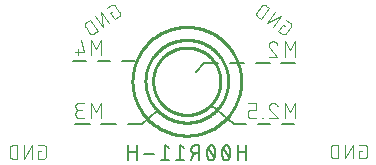
<source format=gbr>
G04 EAGLE Gerber RS-274X export*
G75*
%MOMM*%
%FSLAX34Y34*%
%LPD*%
%INSilkscreen Bottom*%
%IPPOS*%
%AMOC8*
5,1,8,0,0,1.08239X$1,22.5*%
G01*
%ADD10C,0.101600*%
%ADD11C,0.152400*%
%ADD12C,0.254000*%
%ADD13C,0.203200*%


D10*
X428096Y466183D02*
X426501Y467300D01*
X422778Y461983D01*
X425968Y459749D01*
X426051Y459694D01*
X426135Y459642D01*
X426222Y459593D01*
X426310Y459547D01*
X426400Y459505D01*
X426492Y459466D01*
X426585Y459431D01*
X426679Y459399D01*
X426774Y459371D01*
X426871Y459347D01*
X426968Y459326D01*
X427066Y459310D01*
X427165Y459296D01*
X427264Y459287D01*
X427363Y459282D01*
X427463Y459280D01*
X427562Y459282D01*
X427661Y459288D01*
X427760Y459298D01*
X427859Y459311D01*
X427957Y459329D01*
X428054Y459350D01*
X428150Y459374D01*
X428246Y459403D01*
X428340Y459435D01*
X428433Y459470D01*
X428524Y459509D01*
X428614Y459552D01*
X428702Y459598D01*
X428788Y459647D01*
X428873Y459700D01*
X428955Y459756D01*
X429035Y459815D01*
X429113Y459877D01*
X429188Y459942D01*
X429261Y460009D01*
X429331Y460080D01*
X429399Y460153D01*
X429463Y460229D01*
X429525Y460307D01*
X429584Y460387D01*
X433307Y465704D01*
X433362Y465787D01*
X433414Y465871D01*
X433463Y465958D01*
X433509Y466046D01*
X433551Y466136D01*
X433590Y466228D01*
X433625Y466321D01*
X433657Y466415D01*
X433685Y466510D01*
X433709Y466607D01*
X433730Y466704D01*
X433746Y466802D01*
X433760Y466901D01*
X433769Y467000D01*
X433774Y467099D01*
X433776Y467199D01*
X433774Y467298D01*
X433768Y467397D01*
X433758Y467496D01*
X433745Y467595D01*
X433727Y467693D01*
X433706Y467790D01*
X433682Y467886D01*
X433653Y467982D01*
X433621Y468076D01*
X433586Y468169D01*
X433547Y468260D01*
X433504Y468350D01*
X433458Y468438D01*
X433409Y468524D01*
X433356Y468609D01*
X433300Y468691D01*
X433241Y468771D01*
X433179Y468849D01*
X433114Y468924D01*
X433047Y468997D01*
X432976Y469067D01*
X432903Y469135D01*
X432827Y469199D01*
X432749Y469261D01*
X432669Y469320D01*
X432670Y469320D02*
X429479Y471554D01*
X424810Y474824D02*
X418108Y465253D01*
X412791Y468976D02*
X424810Y474824D01*
X419492Y478547D02*
X412791Y468976D01*
X408121Y472246D02*
X414822Y481817D01*
X412164Y483678D01*
X412164Y483679D02*
X412070Y483742D01*
X411974Y483802D01*
X411876Y483859D01*
X411776Y483912D01*
X411674Y483962D01*
X411570Y484008D01*
X411465Y484050D01*
X411359Y484089D01*
X411251Y484124D01*
X411142Y484155D01*
X411032Y484183D01*
X410921Y484206D01*
X410810Y484226D01*
X410698Y484242D01*
X410585Y484254D01*
X410472Y484262D01*
X410359Y484266D01*
X410245Y484266D01*
X410132Y484262D01*
X410019Y484254D01*
X409906Y484242D01*
X409794Y484226D01*
X409683Y484206D01*
X409572Y484183D01*
X409462Y484155D01*
X409353Y484124D01*
X409245Y484089D01*
X409139Y484050D01*
X409034Y484008D01*
X408930Y483962D01*
X408828Y483912D01*
X408728Y483859D01*
X408630Y483802D01*
X408534Y483742D01*
X408440Y483679D01*
X408349Y483612D01*
X408259Y483543D01*
X408172Y483470D01*
X408088Y483394D01*
X408007Y483315D01*
X407928Y483234D01*
X407852Y483150D01*
X407779Y483063D01*
X407710Y482974D01*
X407643Y482882D01*
X407644Y482881D02*
X404665Y478628D01*
X404602Y478534D01*
X404542Y478438D01*
X404485Y478340D01*
X404432Y478240D01*
X404382Y478138D01*
X404336Y478034D01*
X404294Y477929D01*
X404255Y477823D01*
X404220Y477715D01*
X404189Y477606D01*
X404161Y477496D01*
X404138Y477385D01*
X404118Y477274D01*
X404102Y477162D01*
X404090Y477049D01*
X404082Y476936D01*
X404078Y476823D01*
X404078Y476709D01*
X404082Y476596D01*
X404090Y476483D01*
X404102Y476370D01*
X404118Y476258D01*
X404138Y476147D01*
X404161Y476036D01*
X404189Y475926D01*
X404220Y475817D01*
X404255Y475709D01*
X404294Y475603D01*
X404336Y475498D01*
X404382Y475394D01*
X404432Y475292D01*
X404485Y475192D01*
X404542Y475094D01*
X404602Y474998D01*
X404665Y474904D01*
X404732Y474812D01*
X404801Y474723D01*
X404874Y474636D01*
X404950Y474552D01*
X405029Y474471D01*
X405110Y474392D01*
X405194Y474316D01*
X405281Y474243D01*
X405371Y474174D01*
X405462Y474107D01*
X408121Y472246D01*
X491294Y360731D02*
X493242Y360731D01*
X491294Y360731D02*
X491294Y354240D01*
X495189Y354240D01*
X495288Y354242D01*
X495388Y354248D01*
X495487Y354257D01*
X495585Y354270D01*
X495683Y354287D01*
X495781Y354308D01*
X495877Y354333D01*
X495972Y354361D01*
X496066Y354393D01*
X496159Y354428D01*
X496251Y354467D01*
X496341Y354510D01*
X496429Y354555D01*
X496516Y354605D01*
X496600Y354657D01*
X496683Y354713D01*
X496763Y354771D01*
X496841Y354833D01*
X496916Y354898D01*
X496989Y354966D01*
X497059Y355036D01*
X497127Y355109D01*
X497192Y355184D01*
X497254Y355262D01*
X497312Y355342D01*
X497368Y355425D01*
X497420Y355509D01*
X497470Y355596D01*
X497515Y355684D01*
X497558Y355774D01*
X497597Y355866D01*
X497632Y355959D01*
X497664Y356053D01*
X497692Y356148D01*
X497717Y356244D01*
X497738Y356342D01*
X497755Y356440D01*
X497768Y356538D01*
X497777Y356637D01*
X497783Y356737D01*
X497785Y356836D01*
X497786Y356836D02*
X497786Y363328D01*
X497785Y363328D02*
X497783Y363427D01*
X497777Y363527D01*
X497768Y363626D01*
X497755Y363724D01*
X497738Y363822D01*
X497717Y363920D01*
X497692Y364016D01*
X497664Y364111D01*
X497632Y364205D01*
X497597Y364298D01*
X497558Y364390D01*
X497515Y364480D01*
X497470Y364568D01*
X497420Y364655D01*
X497368Y364739D01*
X497312Y364822D01*
X497254Y364902D01*
X497192Y364980D01*
X497127Y365055D01*
X497059Y365128D01*
X496989Y365198D01*
X496916Y365266D01*
X496841Y365331D01*
X496763Y365393D01*
X496683Y365451D01*
X496600Y365507D01*
X496516Y365559D01*
X496429Y365609D01*
X496341Y365654D01*
X496251Y365697D01*
X496159Y365736D01*
X496066Y365771D01*
X495972Y365803D01*
X495877Y365831D01*
X495781Y365856D01*
X495683Y365877D01*
X495585Y365894D01*
X495487Y365907D01*
X495388Y365916D01*
X495288Y365922D01*
X495189Y365924D01*
X491294Y365924D01*
X485594Y365924D02*
X485594Y354240D01*
X479102Y354240D02*
X485594Y365924D01*
X479102Y365924D02*
X479102Y354240D01*
X473402Y354240D02*
X473402Y365924D01*
X470156Y365924D01*
X470043Y365922D01*
X469930Y365916D01*
X469817Y365906D01*
X469704Y365892D01*
X469592Y365875D01*
X469481Y365853D01*
X469371Y365828D01*
X469261Y365798D01*
X469153Y365765D01*
X469046Y365728D01*
X468940Y365688D01*
X468836Y365643D01*
X468733Y365595D01*
X468632Y365544D01*
X468533Y365489D01*
X468436Y365431D01*
X468341Y365369D01*
X468248Y365304D01*
X468158Y365236D01*
X468070Y365165D01*
X467984Y365090D01*
X467901Y365013D01*
X467821Y364933D01*
X467744Y364850D01*
X467669Y364764D01*
X467598Y364676D01*
X467530Y364586D01*
X467465Y364493D01*
X467403Y364398D01*
X467345Y364301D01*
X467290Y364202D01*
X467239Y364101D01*
X467191Y363998D01*
X467146Y363894D01*
X467106Y363788D01*
X467069Y363681D01*
X467036Y363573D01*
X467006Y363463D01*
X466981Y363353D01*
X466959Y363242D01*
X466942Y363130D01*
X466928Y363017D01*
X466918Y362904D01*
X466912Y362791D01*
X466910Y362678D01*
X466910Y357486D01*
X466912Y357373D01*
X466918Y357260D01*
X466928Y357147D01*
X466942Y357034D01*
X466959Y356922D01*
X466981Y356811D01*
X467006Y356701D01*
X467036Y356591D01*
X467069Y356483D01*
X467106Y356376D01*
X467146Y356270D01*
X467191Y356166D01*
X467239Y356063D01*
X467290Y355962D01*
X467345Y355863D01*
X467403Y355766D01*
X467465Y355671D01*
X467530Y355578D01*
X467598Y355488D01*
X467669Y355400D01*
X467744Y355314D01*
X467821Y355231D01*
X467901Y355151D01*
X467984Y355074D01*
X468070Y354999D01*
X468158Y354928D01*
X468248Y354860D01*
X468341Y354795D01*
X468436Y354733D01*
X468533Y354675D01*
X468632Y354620D01*
X468733Y354569D01*
X468836Y354521D01*
X468940Y354476D01*
X469046Y354436D01*
X469153Y354399D01*
X469261Y354366D01*
X469371Y354336D01*
X469481Y354311D01*
X469592Y354289D01*
X469704Y354272D01*
X469817Y354258D01*
X469930Y354248D01*
X470043Y354242D01*
X470156Y354240D01*
X473402Y354240D01*
X221462Y360399D02*
X219514Y360399D01*
X219514Y353908D01*
X223409Y353908D01*
X223508Y353910D01*
X223608Y353916D01*
X223707Y353925D01*
X223805Y353938D01*
X223903Y353955D01*
X224001Y353976D01*
X224097Y354001D01*
X224192Y354029D01*
X224286Y354061D01*
X224379Y354096D01*
X224471Y354135D01*
X224561Y354178D01*
X224649Y354223D01*
X224736Y354273D01*
X224820Y354325D01*
X224903Y354381D01*
X224983Y354439D01*
X225061Y354501D01*
X225136Y354566D01*
X225209Y354634D01*
X225279Y354704D01*
X225347Y354777D01*
X225412Y354852D01*
X225474Y354930D01*
X225532Y355010D01*
X225588Y355093D01*
X225640Y355177D01*
X225690Y355264D01*
X225735Y355352D01*
X225778Y355442D01*
X225817Y355534D01*
X225852Y355627D01*
X225884Y355721D01*
X225912Y355816D01*
X225937Y355912D01*
X225958Y356010D01*
X225975Y356108D01*
X225988Y356206D01*
X225997Y356305D01*
X226003Y356405D01*
X226005Y356504D01*
X226006Y356504D02*
X226006Y362996D01*
X226005Y362996D02*
X226003Y363095D01*
X225997Y363195D01*
X225988Y363294D01*
X225975Y363392D01*
X225958Y363490D01*
X225937Y363588D01*
X225912Y363684D01*
X225884Y363779D01*
X225852Y363873D01*
X225817Y363966D01*
X225778Y364058D01*
X225735Y364148D01*
X225690Y364236D01*
X225640Y364323D01*
X225588Y364407D01*
X225532Y364490D01*
X225474Y364570D01*
X225412Y364648D01*
X225347Y364723D01*
X225279Y364796D01*
X225209Y364866D01*
X225136Y364934D01*
X225061Y364999D01*
X224983Y365061D01*
X224903Y365119D01*
X224820Y365175D01*
X224736Y365227D01*
X224649Y365277D01*
X224561Y365322D01*
X224471Y365365D01*
X224379Y365404D01*
X224286Y365439D01*
X224192Y365471D01*
X224097Y365499D01*
X224001Y365524D01*
X223903Y365545D01*
X223805Y365562D01*
X223707Y365575D01*
X223608Y365584D01*
X223508Y365590D01*
X223409Y365592D01*
X219514Y365592D01*
X213814Y365592D02*
X213814Y353908D01*
X207322Y353908D02*
X213814Y365592D01*
X207322Y365592D02*
X207322Y353908D01*
X201622Y353908D02*
X201622Y365592D01*
X198376Y365592D01*
X198263Y365590D01*
X198150Y365584D01*
X198037Y365574D01*
X197924Y365560D01*
X197812Y365543D01*
X197701Y365521D01*
X197591Y365496D01*
X197481Y365466D01*
X197373Y365433D01*
X197266Y365396D01*
X197160Y365356D01*
X197056Y365311D01*
X196953Y365263D01*
X196852Y365212D01*
X196753Y365157D01*
X196656Y365099D01*
X196561Y365037D01*
X196468Y364972D01*
X196378Y364904D01*
X196290Y364833D01*
X196204Y364758D01*
X196121Y364681D01*
X196041Y364601D01*
X195964Y364518D01*
X195889Y364432D01*
X195818Y364344D01*
X195750Y364254D01*
X195685Y364161D01*
X195623Y364066D01*
X195565Y363969D01*
X195510Y363870D01*
X195459Y363769D01*
X195411Y363666D01*
X195366Y363562D01*
X195326Y363456D01*
X195289Y363349D01*
X195256Y363241D01*
X195226Y363131D01*
X195201Y363021D01*
X195179Y362910D01*
X195162Y362798D01*
X195148Y362685D01*
X195138Y362572D01*
X195132Y362459D01*
X195130Y362346D01*
X195130Y357154D01*
X195132Y357041D01*
X195138Y356928D01*
X195148Y356815D01*
X195162Y356702D01*
X195179Y356590D01*
X195201Y356479D01*
X195226Y356369D01*
X195256Y356259D01*
X195289Y356151D01*
X195326Y356044D01*
X195366Y355938D01*
X195411Y355834D01*
X195459Y355731D01*
X195510Y355630D01*
X195565Y355531D01*
X195623Y355434D01*
X195685Y355339D01*
X195750Y355246D01*
X195818Y355156D01*
X195889Y355068D01*
X195964Y354982D01*
X196041Y354899D01*
X196121Y354819D01*
X196204Y354742D01*
X196290Y354667D01*
X196378Y354596D01*
X196468Y354528D01*
X196561Y354463D01*
X196656Y354401D01*
X196753Y354343D01*
X196852Y354288D01*
X196953Y354237D01*
X197056Y354189D01*
X197160Y354144D01*
X197266Y354104D01*
X197373Y354067D01*
X197481Y354034D01*
X197591Y354004D01*
X197701Y353979D01*
X197812Y353957D01*
X197924Y353940D01*
X198037Y353926D01*
X198150Y353916D01*
X198263Y353910D01*
X198376Y353908D01*
X201622Y353908D01*
X280556Y477563D02*
X282151Y478680D01*
X280556Y477563D02*
X284279Y472246D01*
X287470Y474480D01*
X287469Y474480D02*
X287549Y474539D01*
X287627Y474601D01*
X287703Y474665D01*
X287776Y474733D01*
X287847Y474803D01*
X287914Y474876D01*
X287979Y474951D01*
X288041Y475029D01*
X288100Y475109D01*
X288156Y475191D01*
X288209Y475276D01*
X288258Y475362D01*
X288304Y475450D01*
X288347Y475540D01*
X288386Y475631D01*
X288421Y475724D01*
X288453Y475818D01*
X288482Y475914D01*
X288506Y476010D01*
X288527Y476107D01*
X288545Y476205D01*
X288558Y476304D01*
X288568Y476403D01*
X288574Y476502D01*
X288576Y476601D01*
X288574Y476701D01*
X288569Y476800D01*
X288559Y476899D01*
X288546Y476998D01*
X288530Y477096D01*
X288509Y477193D01*
X288485Y477290D01*
X288457Y477385D01*
X288425Y477479D01*
X288390Y477572D01*
X288351Y477664D01*
X288309Y477754D01*
X288263Y477842D01*
X288214Y477929D01*
X288162Y478013D01*
X288107Y478096D01*
X284384Y483413D01*
X284325Y483493D01*
X284263Y483571D01*
X284199Y483647D01*
X284131Y483720D01*
X284061Y483791D01*
X283988Y483858D01*
X283913Y483923D01*
X283835Y483985D01*
X283755Y484044D01*
X283673Y484100D01*
X283588Y484153D01*
X283502Y484202D01*
X283414Y484248D01*
X283324Y484291D01*
X283233Y484330D01*
X283140Y484365D01*
X283046Y484397D01*
X282950Y484426D01*
X282854Y484450D01*
X282757Y484471D01*
X282659Y484489D01*
X282560Y484502D01*
X282461Y484512D01*
X282362Y484518D01*
X282263Y484520D01*
X282163Y484518D01*
X282064Y484513D01*
X281965Y484504D01*
X281866Y484490D01*
X281768Y484474D01*
X281671Y484453D01*
X281574Y484429D01*
X281479Y484401D01*
X281385Y484369D01*
X281292Y484334D01*
X281200Y484295D01*
X281110Y484253D01*
X281022Y484207D01*
X280935Y484158D01*
X280851Y484106D01*
X280768Y484051D01*
X277578Y481817D01*
X272908Y478547D02*
X279609Y468976D01*
X274292Y465253D02*
X272908Y478547D01*
X267591Y474824D02*
X274292Y465253D01*
X269622Y461983D02*
X262921Y471554D01*
X260262Y469692D01*
X260262Y469693D02*
X260171Y469626D01*
X260081Y469557D01*
X259994Y469484D01*
X259910Y469408D01*
X259829Y469329D01*
X259750Y469248D01*
X259674Y469164D01*
X259601Y469077D01*
X259532Y468988D01*
X259465Y468896D01*
X259402Y468802D01*
X259342Y468706D01*
X259285Y468608D01*
X259232Y468508D01*
X259182Y468406D01*
X259136Y468302D01*
X259094Y468197D01*
X259055Y468091D01*
X259020Y467983D01*
X258989Y467874D01*
X258961Y467764D01*
X258938Y467653D01*
X258918Y467542D01*
X258902Y467430D01*
X258890Y467317D01*
X258882Y467204D01*
X258878Y467091D01*
X258878Y466977D01*
X258882Y466864D01*
X258890Y466751D01*
X258902Y466638D01*
X258918Y466526D01*
X258938Y466415D01*
X258961Y466304D01*
X258989Y466194D01*
X259020Y466085D01*
X259055Y465977D01*
X259094Y465871D01*
X259136Y465766D01*
X259182Y465662D01*
X259232Y465560D01*
X259285Y465460D01*
X259342Y465362D01*
X259402Y465266D01*
X259465Y465172D01*
X262444Y460918D01*
X262443Y460918D02*
X262510Y460827D01*
X262579Y460737D01*
X262652Y460650D01*
X262728Y460566D01*
X262807Y460485D01*
X262888Y460406D01*
X262972Y460330D01*
X263059Y460257D01*
X263149Y460188D01*
X263240Y460121D01*
X263334Y460058D01*
X263430Y459998D01*
X263528Y459941D01*
X263628Y459888D01*
X263730Y459838D01*
X263834Y459792D01*
X263939Y459750D01*
X264045Y459711D01*
X264153Y459676D01*
X264262Y459645D01*
X264372Y459617D01*
X264483Y459594D01*
X264594Y459574D01*
X264706Y459558D01*
X264819Y459546D01*
X264932Y459538D01*
X265045Y459534D01*
X265159Y459534D01*
X265272Y459538D01*
X265385Y459546D01*
X265498Y459558D01*
X265610Y459574D01*
X265721Y459594D01*
X265832Y459617D01*
X265942Y459645D01*
X266051Y459676D01*
X266159Y459711D01*
X266265Y459750D01*
X266370Y459792D01*
X266474Y459838D01*
X266576Y459888D01*
X266676Y459941D01*
X266774Y459998D01*
X266870Y460058D01*
X266964Y460121D01*
X269622Y461983D01*
D11*
X395267Y365521D02*
X395267Y352821D01*
X395267Y359877D02*
X388211Y359877D01*
X388211Y365521D02*
X388211Y352821D01*
X382039Y359171D02*
X382036Y359421D01*
X382027Y359671D01*
X382012Y359920D01*
X381991Y360169D01*
X381965Y360417D01*
X381932Y360665D01*
X381893Y360912D01*
X381849Y361158D01*
X381798Y361402D01*
X381742Y361646D01*
X381680Y361888D01*
X381612Y362128D01*
X381539Y362367D01*
X381460Y362604D01*
X381375Y362839D01*
X381285Y363072D01*
X381189Y363303D01*
X381087Y363531D01*
X380981Y363757D01*
X380981Y363758D02*
X380946Y363853D01*
X380908Y363947D01*
X380866Y364039D01*
X380820Y364129D01*
X380772Y364218D01*
X380719Y364304D01*
X380664Y364389D01*
X380605Y364471D01*
X380543Y364551D01*
X380477Y364629D01*
X380409Y364704D01*
X380339Y364776D01*
X380265Y364845D01*
X380189Y364912D01*
X380110Y364975D01*
X380029Y365036D01*
X379945Y365093D01*
X379859Y365147D01*
X379772Y365197D01*
X379682Y365245D01*
X379591Y365288D01*
X379498Y365328D01*
X379404Y365365D01*
X379308Y365397D01*
X379211Y365426D01*
X379113Y365452D01*
X379014Y365473D01*
X378914Y365491D01*
X378814Y365504D01*
X378713Y365514D01*
X378612Y365520D01*
X378511Y365522D01*
X378410Y365520D01*
X378309Y365514D01*
X378208Y365504D01*
X378108Y365491D01*
X378008Y365473D01*
X377909Y365452D01*
X377811Y365426D01*
X377714Y365397D01*
X377618Y365365D01*
X377524Y365328D01*
X377431Y365288D01*
X377340Y365245D01*
X377250Y365197D01*
X377163Y365147D01*
X377077Y365093D01*
X376993Y365036D01*
X376912Y364975D01*
X376833Y364912D01*
X376757Y364845D01*
X376683Y364776D01*
X376613Y364704D01*
X376545Y364629D01*
X376479Y364551D01*
X376417Y364471D01*
X376359Y364389D01*
X376303Y364304D01*
X376251Y364218D01*
X376202Y364129D01*
X376156Y364039D01*
X376114Y363947D01*
X376076Y363853D01*
X376041Y363758D01*
X376041Y363757D02*
X375935Y363531D01*
X375833Y363303D01*
X375737Y363072D01*
X375647Y362839D01*
X375562Y362604D01*
X375483Y362367D01*
X375410Y362128D01*
X375342Y361888D01*
X375280Y361646D01*
X375224Y361402D01*
X375173Y361158D01*
X375129Y360912D01*
X375090Y360665D01*
X375057Y360417D01*
X375031Y360169D01*
X375010Y359920D01*
X374995Y359671D01*
X374986Y359421D01*
X374983Y359171D01*
X382039Y359171D02*
X382036Y358921D01*
X382027Y358671D01*
X382012Y358422D01*
X381991Y358173D01*
X381965Y357925D01*
X381932Y357677D01*
X381893Y357430D01*
X381849Y357184D01*
X381798Y356940D01*
X381742Y356696D01*
X381680Y356454D01*
X381612Y356214D01*
X381539Y355975D01*
X381460Y355738D01*
X381375Y355503D01*
X381285Y355270D01*
X381189Y355039D01*
X381087Y354811D01*
X380981Y354585D01*
X380946Y354490D01*
X380908Y354396D01*
X380866Y354304D01*
X380820Y354214D01*
X380771Y354125D01*
X380719Y354039D01*
X380663Y353954D01*
X380605Y353872D01*
X380543Y353792D01*
X380477Y353714D01*
X380409Y353639D01*
X380339Y353567D01*
X380265Y353498D01*
X380189Y353431D01*
X380110Y353368D01*
X380029Y353307D01*
X379945Y353250D01*
X379859Y353196D01*
X379772Y353146D01*
X379682Y353098D01*
X379591Y353055D01*
X379498Y353015D01*
X379404Y352978D01*
X379308Y352946D01*
X379211Y352917D01*
X379113Y352891D01*
X379014Y352870D01*
X378914Y352852D01*
X378814Y352839D01*
X378713Y352829D01*
X378612Y352823D01*
X378511Y352821D01*
X376041Y354585D02*
X375935Y354811D01*
X375833Y355039D01*
X375737Y355270D01*
X375647Y355503D01*
X375562Y355738D01*
X375483Y355975D01*
X375410Y356214D01*
X375342Y356454D01*
X375280Y356696D01*
X375224Y356940D01*
X375173Y357184D01*
X375129Y357430D01*
X375090Y357677D01*
X375057Y357925D01*
X375031Y358173D01*
X375010Y358422D01*
X374995Y358671D01*
X374986Y358921D01*
X374983Y359171D01*
X376041Y354585D02*
X376076Y354490D01*
X376114Y354396D01*
X376156Y354304D01*
X376202Y354214D01*
X376251Y354125D01*
X376303Y354039D01*
X376359Y353954D01*
X376417Y353872D01*
X376479Y353792D01*
X376545Y353714D01*
X376613Y353639D01*
X376683Y353567D01*
X376757Y353498D01*
X376833Y353431D01*
X376912Y353368D01*
X376993Y353307D01*
X377077Y353250D01*
X377163Y353196D01*
X377250Y353146D01*
X377340Y353098D01*
X377431Y353055D01*
X377524Y353015D01*
X377618Y352978D01*
X377714Y352946D01*
X377811Y352917D01*
X377909Y352891D01*
X378008Y352870D01*
X378108Y352852D01*
X378208Y352839D01*
X378309Y352829D01*
X378410Y352823D01*
X378511Y352821D01*
X381333Y355643D02*
X375689Y362699D01*
X369237Y359171D02*
X369234Y359421D01*
X369225Y359671D01*
X369210Y359920D01*
X369189Y360169D01*
X369163Y360417D01*
X369130Y360665D01*
X369091Y360912D01*
X369047Y361158D01*
X368996Y361402D01*
X368940Y361646D01*
X368878Y361888D01*
X368810Y362128D01*
X368737Y362367D01*
X368658Y362604D01*
X368573Y362839D01*
X368483Y363072D01*
X368387Y363303D01*
X368285Y363531D01*
X368179Y363757D01*
X368179Y363758D02*
X368144Y363853D01*
X368106Y363947D01*
X368064Y364039D01*
X368018Y364129D01*
X367970Y364218D01*
X367917Y364304D01*
X367862Y364389D01*
X367803Y364471D01*
X367741Y364551D01*
X367675Y364629D01*
X367607Y364704D01*
X367537Y364776D01*
X367463Y364845D01*
X367387Y364912D01*
X367308Y364975D01*
X367227Y365036D01*
X367143Y365093D01*
X367057Y365147D01*
X366970Y365197D01*
X366880Y365245D01*
X366789Y365288D01*
X366696Y365328D01*
X366602Y365365D01*
X366506Y365397D01*
X366409Y365426D01*
X366311Y365452D01*
X366212Y365473D01*
X366112Y365491D01*
X366012Y365504D01*
X365911Y365514D01*
X365810Y365520D01*
X365709Y365522D01*
X365608Y365520D01*
X365507Y365514D01*
X365406Y365504D01*
X365306Y365491D01*
X365206Y365473D01*
X365107Y365452D01*
X365009Y365426D01*
X364912Y365397D01*
X364816Y365365D01*
X364722Y365328D01*
X364629Y365288D01*
X364538Y365245D01*
X364448Y365197D01*
X364361Y365147D01*
X364275Y365093D01*
X364191Y365036D01*
X364110Y364975D01*
X364031Y364912D01*
X363955Y364845D01*
X363881Y364776D01*
X363811Y364704D01*
X363743Y364629D01*
X363677Y364551D01*
X363615Y364471D01*
X363557Y364389D01*
X363501Y364304D01*
X363449Y364218D01*
X363400Y364129D01*
X363354Y364039D01*
X363312Y363947D01*
X363274Y363853D01*
X363239Y363758D01*
X363239Y363757D02*
X363133Y363531D01*
X363031Y363303D01*
X362935Y363072D01*
X362845Y362839D01*
X362760Y362604D01*
X362681Y362367D01*
X362608Y362128D01*
X362540Y361888D01*
X362478Y361646D01*
X362422Y361402D01*
X362371Y361158D01*
X362327Y360912D01*
X362288Y360665D01*
X362255Y360417D01*
X362229Y360169D01*
X362208Y359920D01*
X362193Y359671D01*
X362184Y359421D01*
X362181Y359171D01*
X369237Y359171D02*
X369234Y358921D01*
X369225Y358671D01*
X369210Y358422D01*
X369189Y358173D01*
X369163Y357925D01*
X369130Y357677D01*
X369091Y357430D01*
X369047Y357184D01*
X368996Y356940D01*
X368940Y356696D01*
X368878Y356454D01*
X368810Y356214D01*
X368737Y355975D01*
X368658Y355738D01*
X368573Y355503D01*
X368483Y355270D01*
X368387Y355039D01*
X368285Y354811D01*
X368179Y354585D01*
X368144Y354490D01*
X368106Y354396D01*
X368064Y354304D01*
X368018Y354214D01*
X367969Y354125D01*
X367917Y354039D01*
X367861Y353954D01*
X367803Y353872D01*
X367741Y353792D01*
X367675Y353714D01*
X367607Y353639D01*
X367537Y353567D01*
X367463Y353498D01*
X367387Y353431D01*
X367308Y353368D01*
X367227Y353307D01*
X367143Y353250D01*
X367057Y353196D01*
X366970Y353146D01*
X366880Y353098D01*
X366789Y353055D01*
X366696Y353015D01*
X366602Y352978D01*
X366506Y352946D01*
X366409Y352917D01*
X366311Y352891D01*
X366212Y352870D01*
X366112Y352852D01*
X366012Y352839D01*
X365911Y352829D01*
X365810Y352823D01*
X365709Y352821D01*
X363239Y354585D02*
X363133Y354811D01*
X363031Y355039D01*
X362935Y355270D01*
X362845Y355503D01*
X362760Y355738D01*
X362681Y355975D01*
X362608Y356214D01*
X362540Y356454D01*
X362478Y356696D01*
X362422Y356940D01*
X362371Y357184D01*
X362327Y357430D01*
X362288Y357677D01*
X362255Y357925D01*
X362229Y358173D01*
X362208Y358422D01*
X362193Y358671D01*
X362184Y358921D01*
X362181Y359171D01*
X363239Y354585D02*
X363274Y354490D01*
X363312Y354396D01*
X363354Y354304D01*
X363400Y354214D01*
X363449Y354125D01*
X363501Y354039D01*
X363557Y353954D01*
X363615Y353872D01*
X363677Y353792D01*
X363743Y353714D01*
X363811Y353639D01*
X363881Y353567D01*
X363955Y353498D01*
X364031Y353431D01*
X364110Y353368D01*
X364191Y353307D01*
X364275Y353250D01*
X364361Y353196D01*
X364448Y353146D01*
X364538Y353098D01*
X364629Y353055D01*
X364722Y353015D01*
X364816Y352978D01*
X364912Y352946D01*
X365009Y352917D01*
X365107Y352891D01*
X365206Y352870D01*
X365306Y352852D01*
X365406Y352839D01*
X365507Y352829D01*
X365608Y352823D01*
X365709Y352821D01*
X368531Y355643D02*
X362887Y362699D01*
X355912Y365521D02*
X355912Y352821D01*
X355912Y365521D02*
X352384Y365521D01*
X352266Y365519D01*
X352148Y365513D01*
X352031Y365503D01*
X351914Y365490D01*
X351797Y365472D01*
X351681Y365450D01*
X351566Y365425D01*
X351452Y365396D01*
X351339Y365363D01*
X351227Y365326D01*
X351116Y365285D01*
X351007Y365241D01*
X350899Y365193D01*
X350793Y365142D01*
X350689Y365087D01*
X350586Y365028D01*
X350486Y364967D01*
X350387Y364902D01*
X350291Y364833D01*
X350198Y364762D01*
X350106Y364687D01*
X350017Y364610D01*
X349931Y364529D01*
X349848Y364446D01*
X349767Y364360D01*
X349690Y364271D01*
X349615Y364179D01*
X349544Y364086D01*
X349475Y363990D01*
X349410Y363891D01*
X349349Y363791D01*
X349290Y363688D01*
X349235Y363584D01*
X349184Y363478D01*
X349136Y363370D01*
X349092Y363261D01*
X349051Y363150D01*
X349014Y363038D01*
X348981Y362925D01*
X348952Y362811D01*
X348927Y362696D01*
X348905Y362580D01*
X348887Y362463D01*
X348874Y362346D01*
X348864Y362229D01*
X348858Y362111D01*
X348856Y361993D01*
X348858Y361875D01*
X348864Y361757D01*
X348874Y361640D01*
X348887Y361523D01*
X348905Y361406D01*
X348927Y361290D01*
X348952Y361175D01*
X348981Y361061D01*
X349014Y360948D01*
X349051Y360836D01*
X349092Y360725D01*
X349136Y360616D01*
X349184Y360508D01*
X349235Y360402D01*
X349290Y360298D01*
X349349Y360195D01*
X349410Y360095D01*
X349475Y359996D01*
X349544Y359900D01*
X349615Y359807D01*
X349690Y359715D01*
X349767Y359626D01*
X349848Y359540D01*
X349931Y359457D01*
X350017Y359376D01*
X350106Y359299D01*
X350198Y359224D01*
X350291Y359153D01*
X350387Y359084D01*
X350486Y359019D01*
X350586Y358958D01*
X350689Y358899D01*
X350793Y358844D01*
X350899Y358793D01*
X351007Y358745D01*
X351116Y358701D01*
X351227Y358660D01*
X351339Y358623D01*
X351452Y358590D01*
X351566Y358561D01*
X351681Y358536D01*
X351797Y358514D01*
X351914Y358496D01*
X352031Y358483D01*
X352148Y358473D01*
X352266Y358467D01*
X352384Y358465D01*
X352384Y358466D02*
X355912Y358466D01*
X351679Y358466D02*
X348857Y352821D01*
X343207Y362699D02*
X339679Y365521D01*
X339679Y352821D01*
X336152Y352821D02*
X343207Y352821D01*
X330405Y362699D02*
X326878Y365521D01*
X326878Y352821D01*
X330405Y352821D02*
X323350Y352821D01*
X317456Y357760D02*
X308989Y357760D01*
X302669Y352821D02*
X302669Y365521D01*
X302669Y359877D02*
X295613Y359877D01*
X295613Y365521D02*
X295613Y352821D01*
D12*
X310186Y419608D02*
X310197Y420467D01*
X310228Y421325D01*
X310281Y422183D01*
X310355Y423039D01*
X310449Y423892D01*
X310565Y424744D01*
X310701Y425592D01*
X310859Y426436D01*
X311036Y427277D01*
X311235Y428112D01*
X311454Y428943D01*
X311693Y429768D01*
X311953Y430587D01*
X312232Y431399D01*
X312531Y432204D01*
X312850Y433002D01*
X313189Y433791D01*
X313546Y434572D01*
X313923Y435344D01*
X314319Y436107D01*
X314733Y436859D01*
X315165Y437602D01*
X315616Y438333D01*
X316085Y439053D01*
X316571Y439761D01*
X317074Y440457D01*
X317594Y441141D01*
X318131Y441812D01*
X318684Y442469D01*
X319253Y443113D01*
X319837Y443742D01*
X320437Y444357D01*
X321052Y444957D01*
X321681Y445541D01*
X322325Y446110D01*
X322982Y446663D01*
X323653Y447200D01*
X324337Y447720D01*
X325033Y448223D01*
X325741Y448709D01*
X326461Y449178D01*
X327192Y449629D01*
X327935Y450061D01*
X328687Y450475D01*
X329450Y450871D01*
X330222Y451248D01*
X331003Y451605D01*
X331792Y451944D01*
X332590Y452263D01*
X333395Y452562D01*
X334207Y452841D01*
X335026Y453101D01*
X335851Y453340D01*
X336682Y453559D01*
X337517Y453758D01*
X338358Y453935D01*
X339202Y454093D01*
X340050Y454229D01*
X340902Y454345D01*
X341755Y454439D01*
X342611Y454513D01*
X343469Y454566D01*
X344327Y454597D01*
X345186Y454608D01*
X346045Y454597D01*
X346903Y454566D01*
X347761Y454513D01*
X348617Y454439D01*
X349470Y454345D01*
X350322Y454229D01*
X351170Y454093D01*
X352014Y453935D01*
X352855Y453758D01*
X353690Y453559D01*
X354521Y453340D01*
X355346Y453101D01*
X356165Y452841D01*
X356977Y452562D01*
X357782Y452263D01*
X358580Y451944D01*
X359369Y451605D01*
X360150Y451248D01*
X360922Y450871D01*
X361685Y450475D01*
X362437Y450061D01*
X363180Y449629D01*
X363911Y449178D01*
X364631Y448709D01*
X365339Y448223D01*
X366035Y447720D01*
X366719Y447200D01*
X367390Y446663D01*
X368047Y446110D01*
X368691Y445541D01*
X369320Y444957D01*
X369935Y444357D01*
X370535Y443742D01*
X371119Y443113D01*
X371688Y442469D01*
X372241Y441812D01*
X372778Y441141D01*
X373298Y440457D01*
X373801Y439761D01*
X374287Y439053D01*
X374756Y438333D01*
X375207Y437602D01*
X375639Y436859D01*
X376053Y436107D01*
X376449Y435344D01*
X376826Y434572D01*
X377183Y433791D01*
X377522Y433002D01*
X377841Y432204D01*
X378140Y431399D01*
X378419Y430587D01*
X378679Y429768D01*
X378918Y428943D01*
X379137Y428112D01*
X379336Y427277D01*
X379513Y426436D01*
X379671Y425592D01*
X379807Y424744D01*
X379923Y423892D01*
X380017Y423039D01*
X380091Y422183D01*
X380144Y421325D01*
X380175Y420467D01*
X380186Y419608D01*
X380175Y418749D01*
X380144Y417891D01*
X380091Y417033D01*
X380017Y416177D01*
X379923Y415324D01*
X379807Y414472D01*
X379671Y413624D01*
X379513Y412780D01*
X379336Y411939D01*
X379137Y411104D01*
X378918Y410273D01*
X378679Y409448D01*
X378419Y408629D01*
X378140Y407817D01*
X377841Y407012D01*
X377522Y406214D01*
X377183Y405425D01*
X376826Y404644D01*
X376449Y403872D01*
X376053Y403109D01*
X375639Y402357D01*
X375207Y401614D01*
X374756Y400883D01*
X374287Y400163D01*
X373801Y399455D01*
X373298Y398759D01*
X372778Y398075D01*
X372241Y397404D01*
X371688Y396747D01*
X371119Y396103D01*
X370535Y395474D01*
X369935Y394859D01*
X369320Y394259D01*
X368691Y393675D01*
X368047Y393106D01*
X367390Y392553D01*
X366719Y392016D01*
X366035Y391496D01*
X365339Y390993D01*
X364631Y390507D01*
X363911Y390038D01*
X363180Y389587D01*
X362437Y389155D01*
X361685Y388741D01*
X360922Y388345D01*
X360150Y387968D01*
X359369Y387611D01*
X358580Y387272D01*
X357782Y386953D01*
X356977Y386654D01*
X356165Y386375D01*
X355346Y386115D01*
X354521Y385876D01*
X353690Y385657D01*
X352855Y385458D01*
X352014Y385281D01*
X351170Y385123D01*
X350322Y384987D01*
X349470Y384871D01*
X348617Y384777D01*
X347761Y384703D01*
X346903Y384650D01*
X346045Y384619D01*
X345186Y384608D01*
X344327Y384619D01*
X343469Y384650D01*
X342611Y384703D01*
X341755Y384777D01*
X340902Y384871D01*
X340050Y384987D01*
X339202Y385123D01*
X338358Y385281D01*
X337517Y385458D01*
X336682Y385657D01*
X335851Y385876D01*
X335026Y386115D01*
X334207Y386375D01*
X333395Y386654D01*
X332590Y386953D01*
X331792Y387272D01*
X331003Y387611D01*
X330222Y387968D01*
X329450Y388345D01*
X328687Y388741D01*
X327935Y389155D01*
X327192Y389587D01*
X326461Y390038D01*
X325741Y390507D01*
X325033Y390993D01*
X324337Y391496D01*
X323653Y392016D01*
X322982Y392553D01*
X322325Y393106D01*
X321681Y393675D01*
X321052Y394259D01*
X320437Y394859D01*
X319837Y395474D01*
X319253Y396103D01*
X318684Y396747D01*
X318131Y397404D01*
X317594Y398075D01*
X317074Y398759D01*
X316571Y399455D01*
X316085Y400163D01*
X315616Y400883D01*
X315165Y401614D01*
X314733Y402357D01*
X314319Y403109D01*
X313923Y403872D01*
X313546Y404644D01*
X313189Y405425D01*
X312850Y406214D01*
X312531Y407012D01*
X312232Y407817D01*
X311953Y408629D01*
X311693Y409448D01*
X311454Y410273D01*
X311235Y411104D01*
X311036Y411939D01*
X310859Y412780D01*
X310701Y413624D01*
X310565Y414472D01*
X310449Y415324D01*
X310355Y416177D01*
X310281Y417033D01*
X310228Y417891D01*
X310197Y418749D01*
X310186Y419608D01*
X299186Y419608D02*
X299200Y420737D01*
X299241Y421865D01*
X299311Y422992D01*
X299408Y424117D01*
X299532Y425239D01*
X299684Y426358D01*
X299863Y427472D01*
X300070Y428582D01*
X300304Y429687D01*
X300565Y430785D01*
X300852Y431877D01*
X301167Y432961D01*
X301508Y434037D01*
X301875Y435105D01*
X302268Y436163D01*
X302688Y437211D01*
X303132Y438249D01*
X303602Y439276D01*
X304098Y440290D01*
X304618Y441292D01*
X305162Y442281D01*
X305730Y443257D01*
X306323Y444218D01*
X306938Y445164D01*
X307577Y446095D01*
X308238Y447010D01*
X308922Y447909D01*
X309628Y448790D01*
X310354Y449654D01*
X311102Y450500D01*
X311871Y451327D01*
X312659Y452135D01*
X313467Y452923D01*
X314294Y453692D01*
X315140Y454440D01*
X316004Y455166D01*
X316885Y455872D01*
X317784Y456556D01*
X318699Y457217D01*
X319630Y457856D01*
X320576Y458471D01*
X321537Y459064D01*
X322513Y459632D01*
X323502Y460176D01*
X324504Y460696D01*
X325518Y461192D01*
X326545Y461662D01*
X327583Y462106D01*
X328631Y462526D01*
X329689Y462919D01*
X330757Y463286D01*
X331833Y463627D01*
X332917Y463942D01*
X334009Y464229D01*
X335107Y464490D01*
X336212Y464724D01*
X337322Y464931D01*
X338436Y465110D01*
X339555Y465262D01*
X340677Y465386D01*
X341802Y465483D01*
X342929Y465553D01*
X344057Y465594D01*
X345186Y465608D01*
X346315Y465594D01*
X347443Y465553D01*
X348570Y465483D01*
X349695Y465386D01*
X350817Y465262D01*
X351936Y465110D01*
X353050Y464931D01*
X354160Y464724D01*
X355265Y464490D01*
X356363Y464229D01*
X357455Y463942D01*
X358539Y463627D01*
X359615Y463286D01*
X360683Y462919D01*
X361741Y462526D01*
X362789Y462106D01*
X363827Y461662D01*
X364854Y461192D01*
X365868Y460696D01*
X366870Y460176D01*
X367859Y459632D01*
X368835Y459064D01*
X369796Y458471D01*
X370742Y457856D01*
X371673Y457217D01*
X372588Y456556D01*
X373487Y455872D01*
X374368Y455166D01*
X375232Y454440D01*
X376078Y453692D01*
X376905Y452923D01*
X377713Y452135D01*
X378501Y451327D01*
X379270Y450500D01*
X380018Y449654D01*
X380744Y448790D01*
X381450Y447909D01*
X382134Y447010D01*
X382795Y446095D01*
X383434Y445164D01*
X384049Y444218D01*
X384642Y443257D01*
X385210Y442281D01*
X385754Y441292D01*
X386274Y440290D01*
X386770Y439276D01*
X387240Y438249D01*
X387684Y437211D01*
X388104Y436163D01*
X388497Y435105D01*
X388864Y434037D01*
X389205Y432961D01*
X389520Y431877D01*
X389807Y430785D01*
X390068Y429687D01*
X390302Y428582D01*
X390509Y427472D01*
X390688Y426358D01*
X390840Y425239D01*
X390964Y424117D01*
X391061Y422992D01*
X391131Y421865D01*
X391172Y420737D01*
X391186Y419608D01*
X391172Y418479D01*
X391131Y417351D01*
X391061Y416224D01*
X390964Y415099D01*
X390840Y413977D01*
X390688Y412858D01*
X390509Y411744D01*
X390302Y410634D01*
X390068Y409529D01*
X389807Y408431D01*
X389520Y407339D01*
X389205Y406255D01*
X388864Y405179D01*
X388497Y404111D01*
X388104Y403053D01*
X387684Y402005D01*
X387240Y400967D01*
X386770Y399940D01*
X386274Y398926D01*
X385754Y397924D01*
X385210Y396935D01*
X384642Y395959D01*
X384049Y394998D01*
X383434Y394052D01*
X382795Y393121D01*
X382134Y392206D01*
X381450Y391307D01*
X380744Y390426D01*
X380018Y389562D01*
X379270Y388716D01*
X378501Y387889D01*
X377713Y387081D01*
X376905Y386293D01*
X376078Y385524D01*
X375232Y384776D01*
X374368Y384050D01*
X373487Y383344D01*
X372588Y382660D01*
X371673Y381999D01*
X370742Y381360D01*
X369796Y380745D01*
X368835Y380152D01*
X367859Y379584D01*
X366870Y379040D01*
X365868Y378520D01*
X364854Y378024D01*
X363827Y377554D01*
X362789Y377110D01*
X361741Y376690D01*
X360683Y376297D01*
X359615Y375930D01*
X358539Y375589D01*
X357455Y375274D01*
X356363Y374987D01*
X355265Y374726D01*
X354160Y374492D01*
X353050Y374285D01*
X351936Y374106D01*
X350817Y373954D01*
X349695Y373830D01*
X348570Y373733D01*
X347443Y373663D01*
X346315Y373622D01*
X345186Y373608D01*
X344057Y373622D01*
X342929Y373663D01*
X341802Y373733D01*
X340677Y373830D01*
X339555Y373954D01*
X338436Y374106D01*
X337322Y374285D01*
X336212Y374492D01*
X335107Y374726D01*
X334009Y374987D01*
X332917Y375274D01*
X331833Y375589D01*
X330757Y375930D01*
X329689Y376297D01*
X328631Y376690D01*
X327583Y377110D01*
X326545Y377554D01*
X325518Y378024D01*
X324504Y378520D01*
X323502Y379040D01*
X322513Y379584D01*
X321537Y380152D01*
X320576Y380745D01*
X319630Y381360D01*
X318699Y381999D01*
X317784Y382660D01*
X316885Y383344D01*
X316004Y384050D01*
X315140Y384776D01*
X314294Y385524D01*
X313467Y386293D01*
X312659Y387081D01*
X311871Y387889D01*
X311102Y388716D01*
X310354Y389562D01*
X309628Y390426D01*
X308922Y391307D01*
X308238Y392206D01*
X307577Y393121D01*
X306938Y394052D01*
X306323Y394998D01*
X305730Y395959D01*
X305162Y396935D01*
X304618Y397924D01*
X304098Y398926D01*
X303602Y399940D01*
X303132Y400967D01*
X302688Y402005D01*
X302268Y403053D01*
X301875Y404111D01*
X301508Y405179D01*
X301167Y406255D01*
X300852Y407339D01*
X300565Y408431D01*
X300304Y409529D01*
X300070Y410634D01*
X299863Y411744D01*
X299684Y412858D01*
X299532Y413977D01*
X299408Y415099D01*
X299311Y416224D01*
X299241Y417351D01*
X299200Y418479D01*
X299186Y419608D01*
X316686Y419608D02*
X316695Y420307D01*
X316720Y421006D01*
X316763Y421705D01*
X316823Y422401D01*
X316900Y423097D01*
X316994Y423790D01*
X317106Y424480D01*
X317234Y425168D01*
X317378Y425852D01*
X317540Y426533D01*
X317718Y427209D01*
X317913Y427881D01*
X318124Y428548D01*
X318352Y429209D01*
X318596Y429865D01*
X318855Y430514D01*
X319131Y431157D01*
X319422Y431793D01*
X319729Y432422D01*
X320051Y433043D01*
X320389Y433656D01*
X320741Y434260D01*
X321108Y434855D01*
X321489Y435442D01*
X321885Y436019D01*
X322295Y436585D01*
X322718Y437142D01*
X323155Y437688D01*
X323606Y438223D01*
X324069Y438747D01*
X324545Y439260D01*
X325033Y439761D01*
X325534Y440249D01*
X326047Y440725D01*
X326571Y441188D01*
X327106Y441639D01*
X327652Y442076D01*
X328209Y442499D01*
X328775Y442909D01*
X329352Y443305D01*
X329939Y443686D01*
X330534Y444053D01*
X331138Y444405D01*
X331751Y444743D01*
X332372Y445065D01*
X333001Y445372D01*
X333637Y445663D01*
X334280Y445939D01*
X334929Y446198D01*
X335585Y446442D01*
X336246Y446670D01*
X336913Y446881D01*
X337585Y447076D01*
X338261Y447254D01*
X338942Y447416D01*
X339626Y447560D01*
X340314Y447688D01*
X341004Y447800D01*
X341697Y447894D01*
X342393Y447971D01*
X343089Y448031D01*
X343788Y448074D01*
X344487Y448099D01*
X345186Y448108D01*
X345885Y448099D01*
X346584Y448074D01*
X347283Y448031D01*
X347979Y447971D01*
X348675Y447894D01*
X349368Y447800D01*
X350058Y447688D01*
X350746Y447560D01*
X351430Y447416D01*
X352111Y447254D01*
X352787Y447076D01*
X353459Y446881D01*
X354126Y446670D01*
X354787Y446442D01*
X355443Y446198D01*
X356092Y445939D01*
X356735Y445663D01*
X357371Y445372D01*
X358000Y445065D01*
X358621Y444743D01*
X359234Y444405D01*
X359838Y444053D01*
X360433Y443686D01*
X361020Y443305D01*
X361597Y442909D01*
X362163Y442499D01*
X362720Y442076D01*
X363266Y441639D01*
X363801Y441188D01*
X364325Y440725D01*
X364838Y440249D01*
X365339Y439761D01*
X365827Y439260D01*
X366303Y438747D01*
X366766Y438223D01*
X367217Y437688D01*
X367654Y437142D01*
X368077Y436585D01*
X368487Y436019D01*
X368883Y435442D01*
X369264Y434855D01*
X369631Y434260D01*
X369983Y433656D01*
X370321Y433043D01*
X370643Y432422D01*
X370950Y431793D01*
X371241Y431157D01*
X371517Y430514D01*
X371776Y429865D01*
X372020Y429209D01*
X372248Y428548D01*
X372459Y427881D01*
X372654Y427209D01*
X372832Y426533D01*
X372994Y425852D01*
X373138Y425168D01*
X373266Y424480D01*
X373378Y423790D01*
X373472Y423097D01*
X373549Y422401D01*
X373609Y421705D01*
X373652Y421006D01*
X373677Y420307D01*
X373686Y419608D01*
X373677Y418909D01*
X373652Y418210D01*
X373609Y417511D01*
X373549Y416815D01*
X373472Y416119D01*
X373378Y415426D01*
X373266Y414736D01*
X373138Y414048D01*
X372994Y413364D01*
X372832Y412683D01*
X372654Y412007D01*
X372459Y411335D01*
X372248Y410668D01*
X372020Y410007D01*
X371776Y409351D01*
X371517Y408702D01*
X371241Y408059D01*
X370950Y407423D01*
X370643Y406794D01*
X370321Y406173D01*
X369983Y405560D01*
X369631Y404956D01*
X369264Y404361D01*
X368883Y403774D01*
X368487Y403197D01*
X368077Y402631D01*
X367654Y402074D01*
X367217Y401528D01*
X366766Y400993D01*
X366303Y400469D01*
X365827Y399956D01*
X365339Y399455D01*
X364838Y398967D01*
X364325Y398491D01*
X363801Y398028D01*
X363266Y397577D01*
X362720Y397140D01*
X362163Y396717D01*
X361597Y396307D01*
X361020Y395911D01*
X360433Y395530D01*
X359838Y395163D01*
X359234Y394811D01*
X358621Y394473D01*
X358000Y394151D01*
X357371Y393844D01*
X356735Y393553D01*
X356092Y393277D01*
X355443Y393018D01*
X354787Y392774D01*
X354126Y392546D01*
X353459Y392335D01*
X352787Y392140D01*
X352111Y391962D01*
X351430Y391800D01*
X350746Y391656D01*
X350058Y391528D01*
X349368Y391416D01*
X348675Y391322D01*
X347979Y391245D01*
X347283Y391185D01*
X346584Y391142D01*
X345885Y391117D01*
X345186Y391108D01*
X344487Y391117D01*
X343788Y391142D01*
X343089Y391185D01*
X342393Y391245D01*
X341697Y391322D01*
X341004Y391416D01*
X340314Y391528D01*
X339626Y391656D01*
X338942Y391800D01*
X338261Y391962D01*
X337585Y392140D01*
X336913Y392335D01*
X336246Y392546D01*
X335585Y392774D01*
X334929Y393018D01*
X334280Y393277D01*
X333637Y393553D01*
X333001Y393844D01*
X332372Y394151D01*
X331751Y394473D01*
X331138Y394811D01*
X330534Y395163D01*
X329939Y395530D01*
X329352Y395911D01*
X328775Y396307D01*
X328209Y396717D01*
X327652Y397140D01*
X327106Y397577D01*
X326571Y398028D01*
X326047Y398491D01*
X325534Y398967D01*
X325033Y399455D01*
X324545Y399956D01*
X324069Y400469D01*
X323606Y400993D01*
X323155Y401528D01*
X322718Y402074D01*
X322295Y402631D01*
X321885Y403197D01*
X321489Y403774D01*
X321108Y404361D01*
X320741Y404956D01*
X320389Y405560D01*
X320051Y406173D01*
X319729Y406794D01*
X319422Y407423D01*
X319131Y408059D01*
X318855Y408702D01*
X318596Y409351D01*
X318352Y410007D01*
X318124Y410668D01*
X317913Y411335D01*
X317718Y412007D01*
X317540Y412683D01*
X317378Y413364D01*
X317234Y414048D01*
X317106Y414736D01*
X316994Y415426D01*
X316900Y416119D01*
X316823Y416815D01*
X316763Y417511D01*
X316720Y418210D01*
X316695Y418909D01*
X316686Y419608D01*
D13*
X353314Y427736D02*
X359664Y435356D01*
X371532Y435356D01*
X381532Y435356D02*
X393399Y435356D01*
X403399Y435356D02*
X415267Y435356D01*
X425267Y435356D02*
X437134Y435356D01*
X320294Y394716D02*
X307594Y383286D01*
X262827Y383286D02*
X250444Y383286D01*
X272827Y383286D02*
X285211Y383286D01*
X295211Y383286D02*
X307594Y383286D01*
D10*
X436781Y440182D02*
X436781Y453390D01*
X432378Y446052D01*
X427975Y453390D01*
X427975Y440182D01*
X417929Y453390D02*
X417816Y453388D01*
X417704Y453382D01*
X417591Y453373D01*
X417479Y453359D01*
X417368Y453342D01*
X417257Y453321D01*
X417147Y453296D01*
X417038Y453268D01*
X416930Y453235D01*
X416823Y453199D01*
X416718Y453160D01*
X416613Y453117D01*
X416511Y453070D01*
X416410Y453020D01*
X416311Y452966D01*
X416213Y452909D01*
X416118Y452849D01*
X416025Y452786D01*
X415934Y452719D01*
X415845Y452649D01*
X415759Y452577D01*
X415675Y452501D01*
X415594Y452423D01*
X415516Y452342D01*
X415440Y452258D01*
X415368Y452172D01*
X415298Y452083D01*
X415231Y451992D01*
X415168Y451899D01*
X415108Y451804D01*
X415051Y451706D01*
X414997Y451607D01*
X414947Y451506D01*
X414900Y451404D01*
X414857Y451299D01*
X414818Y451194D01*
X414782Y451087D01*
X414749Y450979D01*
X414721Y450870D01*
X414696Y450760D01*
X414675Y450649D01*
X414658Y450538D01*
X414644Y450426D01*
X414635Y450313D01*
X414629Y450201D01*
X414627Y450088D01*
X417929Y453390D02*
X418056Y453388D01*
X418183Y453382D01*
X418310Y453373D01*
X418436Y453360D01*
X418562Y453343D01*
X418687Y453322D01*
X418812Y453297D01*
X418935Y453269D01*
X419058Y453237D01*
X419180Y453201D01*
X419301Y453162D01*
X419421Y453119D01*
X419539Y453073D01*
X419656Y453023D01*
X419771Y452969D01*
X419884Y452912D01*
X419996Y452852D01*
X420106Y452789D01*
X420214Y452722D01*
X420320Y452652D01*
X420424Y452579D01*
X420526Y452502D01*
X420625Y452423D01*
X420722Y452341D01*
X420816Y452256D01*
X420908Y452168D01*
X420997Y452078D01*
X421083Y451984D01*
X421167Y451889D01*
X421247Y451791D01*
X421325Y451690D01*
X421400Y451587D01*
X421471Y451482D01*
X421539Y451375D01*
X421604Y451266D01*
X421666Y451155D01*
X421725Y451042D01*
X421780Y450928D01*
X421831Y450812D01*
X421879Y450694D01*
X421924Y450575D01*
X421965Y450455D01*
X415728Y447520D02*
X415646Y447600D01*
X415567Y447683D01*
X415490Y447769D01*
X415416Y447857D01*
X415346Y447948D01*
X415278Y448040D01*
X415213Y448135D01*
X415151Y448232D01*
X415093Y448331D01*
X415037Y448432D01*
X414985Y448534D01*
X414937Y448638D01*
X414892Y448744D01*
X414850Y448851D01*
X414811Y448959D01*
X414777Y449069D01*
X414745Y449179D01*
X414718Y449291D01*
X414694Y449403D01*
X414673Y449516D01*
X414657Y449630D01*
X414644Y449744D01*
X414634Y449858D01*
X414629Y449973D01*
X414627Y450088D01*
X415728Y447520D02*
X421965Y440182D01*
X414627Y440182D01*
X436852Y401320D02*
X436852Y388112D01*
X432449Y393982D02*
X436852Y401320D01*
X432449Y393982D02*
X428046Y401320D01*
X428046Y388112D01*
X418000Y401320D02*
X417887Y401318D01*
X417775Y401312D01*
X417662Y401303D01*
X417550Y401289D01*
X417439Y401272D01*
X417328Y401251D01*
X417218Y401226D01*
X417109Y401198D01*
X417001Y401165D01*
X416894Y401129D01*
X416789Y401090D01*
X416684Y401047D01*
X416582Y401000D01*
X416481Y400950D01*
X416382Y400896D01*
X416284Y400839D01*
X416189Y400779D01*
X416096Y400716D01*
X416005Y400649D01*
X415916Y400579D01*
X415830Y400507D01*
X415746Y400431D01*
X415665Y400353D01*
X415587Y400272D01*
X415511Y400188D01*
X415439Y400102D01*
X415369Y400013D01*
X415302Y399922D01*
X415239Y399829D01*
X415179Y399734D01*
X415122Y399636D01*
X415068Y399537D01*
X415018Y399436D01*
X414971Y399334D01*
X414928Y399229D01*
X414889Y399124D01*
X414853Y399017D01*
X414820Y398909D01*
X414792Y398800D01*
X414767Y398690D01*
X414746Y398579D01*
X414729Y398468D01*
X414715Y398356D01*
X414706Y398243D01*
X414700Y398131D01*
X414698Y398018D01*
X418000Y401320D02*
X418127Y401318D01*
X418254Y401312D01*
X418381Y401303D01*
X418507Y401290D01*
X418633Y401273D01*
X418758Y401252D01*
X418883Y401227D01*
X419006Y401199D01*
X419129Y401167D01*
X419251Y401131D01*
X419372Y401092D01*
X419492Y401049D01*
X419610Y401003D01*
X419727Y400953D01*
X419842Y400899D01*
X419955Y400842D01*
X420067Y400782D01*
X420177Y400719D01*
X420285Y400652D01*
X420391Y400582D01*
X420495Y400509D01*
X420597Y400432D01*
X420696Y400353D01*
X420793Y400271D01*
X420887Y400186D01*
X420979Y400098D01*
X421068Y400008D01*
X421154Y399914D01*
X421238Y399819D01*
X421318Y399721D01*
X421396Y399620D01*
X421471Y399517D01*
X421542Y399412D01*
X421610Y399305D01*
X421675Y399196D01*
X421737Y399085D01*
X421796Y398972D01*
X421851Y398858D01*
X421902Y398742D01*
X421950Y398624D01*
X421995Y398505D01*
X422036Y398385D01*
X415799Y395450D02*
X415717Y395530D01*
X415638Y395613D01*
X415561Y395699D01*
X415487Y395787D01*
X415417Y395878D01*
X415349Y395970D01*
X415284Y396065D01*
X415222Y396162D01*
X415164Y396261D01*
X415108Y396362D01*
X415056Y396464D01*
X415008Y396568D01*
X414963Y396674D01*
X414921Y396781D01*
X414882Y396889D01*
X414848Y396999D01*
X414816Y397109D01*
X414789Y397221D01*
X414765Y397333D01*
X414744Y397446D01*
X414728Y397560D01*
X414715Y397674D01*
X414705Y397788D01*
X414700Y397903D01*
X414698Y398018D01*
X415799Y395450D02*
X422036Y388112D01*
X414698Y388112D01*
X409773Y388112D02*
X409773Y388846D01*
X409039Y388846D01*
X409039Y388112D01*
X409773Y388112D01*
X404114Y388112D02*
X399711Y388112D01*
X399604Y388114D01*
X399497Y388120D01*
X399390Y388130D01*
X399284Y388143D01*
X399178Y388161D01*
X399073Y388182D01*
X398969Y388207D01*
X398865Y388236D01*
X398763Y388269D01*
X398663Y388306D01*
X398563Y388346D01*
X398465Y388390D01*
X398369Y388437D01*
X398275Y388488D01*
X398182Y388542D01*
X398092Y388599D01*
X398003Y388660D01*
X397917Y388724D01*
X397834Y388791D01*
X397752Y388861D01*
X397674Y388934D01*
X397598Y389010D01*
X397525Y389088D01*
X397455Y389170D01*
X397388Y389253D01*
X397324Y389339D01*
X397263Y389428D01*
X397206Y389518D01*
X397152Y389611D01*
X397101Y389705D01*
X397054Y389801D01*
X397010Y389899D01*
X396970Y389999D01*
X396933Y390099D01*
X396900Y390201D01*
X396871Y390305D01*
X396846Y390409D01*
X396825Y390514D01*
X396807Y390620D01*
X396794Y390726D01*
X396784Y390833D01*
X396778Y390940D01*
X396776Y391047D01*
X396776Y392515D01*
X396778Y392622D01*
X396784Y392729D01*
X396794Y392836D01*
X396807Y392942D01*
X396825Y393048D01*
X396846Y393153D01*
X396871Y393257D01*
X396900Y393361D01*
X396933Y393463D01*
X396970Y393563D01*
X397010Y393663D01*
X397054Y393761D01*
X397101Y393857D01*
X397152Y393951D01*
X397206Y394044D01*
X397263Y394134D01*
X397324Y394223D01*
X397388Y394309D01*
X397455Y394392D01*
X397525Y394474D01*
X397598Y394552D01*
X397674Y394628D01*
X397752Y394701D01*
X397834Y394771D01*
X397917Y394838D01*
X398003Y394902D01*
X398092Y394963D01*
X398182Y395020D01*
X398275Y395074D01*
X398369Y395125D01*
X398465Y395173D01*
X398563Y395216D01*
X398663Y395256D01*
X398763Y395293D01*
X398865Y395326D01*
X398969Y395355D01*
X399073Y395380D01*
X399178Y395401D01*
X399284Y395419D01*
X399390Y395432D01*
X399497Y395442D01*
X399604Y395448D01*
X399711Y395450D01*
X404114Y395450D01*
X404114Y401320D01*
X396776Y401320D01*
X272951Y401320D02*
X272951Y388112D01*
X268548Y393982D02*
X272951Y401320D01*
X268548Y393982D02*
X264145Y401320D01*
X264145Y388112D01*
X258135Y388112D02*
X254466Y388112D01*
X254346Y388114D01*
X254226Y388120D01*
X254106Y388130D01*
X253987Y388143D01*
X253868Y388161D01*
X253750Y388182D01*
X253633Y388208D01*
X253516Y388237D01*
X253401Y388270D01*
X253287Y388307D01*
X253174Y388347D01*
X253062Y388391D01*
X252952Y388439D01*
X252843Y388490D01*
X252736Y388545D01*
X252632Y388604D01*
X252529Y388665D01*
X252428Y388730D01*
X252329Y388799D01*
X252232Y388870D01*
X252138Y388945D01*
X252047Y389022D01*
X251958Y389103D01*
X251872Y389187D01*
X251788Y389273D01*
X251707Y389362D01*
X251630Y389453D01*
X251555Y389547D01*
X251484Y389644D01*
X251415Y389743D01*
X251350Y389844D01*
X251289Y389947D01*
X251230Y390051D01*
X251175Y390158D01*
X251124Y390267D01*
X251076Y390377D01*
X251032Y390489D01*
X250992Y390602D01*
X250955Y390716D01*
X250922Y390831D01*
X250893Y390948D01*
X250867Y391065D01*
X250846Y391183D01*
X250828Y391302D01*
X250815Y391421D01*
X250805Y391541D01*
X250799Y391661D01*
X250797Y391781D01*
X250799Y391901D01*
X250805Y392021D01*
X250815Y392141D01*
X250828Y392260D01*
X250846Y392379D01*
X250867Y392497D01*
X250893Y392614D01*
X250922Y392731D01*
X250955Y392846D01*
X250992Y392960D01*
X251032Y393073D01*
X251076Y393185D01*
X251124Y393295D01*
X251175Y393404D01*
X251230Y393511D01*
X251289Y393616D01*
X251350Y393718D01*
X251415Y393819D01*
X251484Y393918D01*
X251555Y394015D01*
X251630Y394109D01*
X251707Y394200D01*
X251788Y394289D01*
X251872Y394375D01*
X251958Y394459D01*
X252047Y394540D01*
X252138Y394617D01*
X252232Y394692D01*
X252329Y394763D01*
X252428Y394832D01*
X252529Y394897D01*
X252632Y394958D01*
X252736Y395017D01*
X252843Y395072D01*
X252952Y395123D01*
X253062Y395171D01*
X253174Y395215D01*
X253287Y395255D01*
X253401Y395292D01*
X253516Y395325D01*
X253633Y395354D01*
X253750Y395380D01*
X253868Y395401D01*
X253987Y395419D01*
X254106Y395432D01*
X254226Y395442D01*
X254346Y395448D01*
X254466Y395450D01*
X253732Y401320D02*
X258135Y401320D01*
X253732Y401320D02*
X253625Y401318D01*
X253518Y401312D01*
X253411Y401302D01*
X253305Y401289D01*
X253199Y401271D01*
X253094Y401250D01*
X252990Y401225D01*
X252886Y401196D01*
X252784Y401163D01*
X252684Y401126D01*
X252584Y401086D01*
X252486Y401042D01*
X252390Y400995D01*
X252296Y400944D01*
X252203Y400890D01*
X252113Y400833D01*
X252024Y400772D01*
X251938Y400708D01*
X251855Y400641D01*
X251773Y400571D01*
X251695Y400498D01*
X251619Y400422D01*
X251546Y400344D01*
X251476Y400262D01*
X251409Y400179D01*
X251345Y400093D01*
X251284Y400004D01*
X251227Y399914D01*
X251173Y399821D01*
X251122Y399727D01*
X251075Y399631D01*
X251031Y399533D01*
X250991Y399433D01*
X250954Y399333D01*
X250921Y399231D01*
X250892Y399127D01*
X250867Y399023D01*
X250846Y398918D01*
X250828Y398812D01*
X250815Y398706D01*
X250805Y398599D01*
X250799Y398492D01*
X250797Y398385D01*
X250799Y398278D01*
X250805Y398171D01*
X250815Y398064D01*
X250828Y397958D01*
X250846Y397852D01*
X250867Y397747D01*
X250892Y397643D01*
X250921Y397539D01*
X250954Y397437D01*
X250991Y397337D01*
X251031Y397237D01*
X251075Y397139D01*
X251122Y397043D01*
X251173Y396949D01*
X251227Y396856D01*
X251284Y396766D01*
X251345Y396677D01*
X251409Y396591D01*
X251476Y396508D01*
X251546Y396426D01*
X251619Y396348D01*
X251695Y396272D01*
X251773Y396199D01*
X251855Y396129D01*
X251938Y396062D01*
X252024Y395998D01*
X252113Y395937D01*
X252203Y395880D01*
X252296Y395826D01*
X252390Y395775D01*
X252486Y395728D01*
X252584Y395684D01*
X252684Y395644D01*
X252784Y395607D01*
X252886Y395574D01*
X252990Y395545D01*
X253094Y395520D01*
X253199Y395499D01*
X253305Y395481D01*
X253411Y395468D01*
X253518Y395458D01*
X253625Y395452D01*
X253732Y395450D01*
X256668Y395450D01*
X272951Y441452D02*
X272951Y454660D01*
X268548Y447322D01*
X264145Y454660D01*
X264145Y441452D01*
X258135Y444387D02*
X255200Y454660D01*
X258135Y444387D02*
X250797Y444387D01*
X252999Y447322D02*
X252999Y441452D01*
D13*
X385064Y383286D02*
X395331Y383286D01*
X405331Y383286D02*
X415597Y383286D01*
X425597Y383286D02*
X435864Y383286D01*
X385064Y383286D02*
X366014Y399796D01*
X259864Y436626D02*
X249174Y436626D01*
X269864Y436626D02*
X280554Y436626D01*
X290554Y436626D02*
X301244Y436626D01*
M02*

</source>
